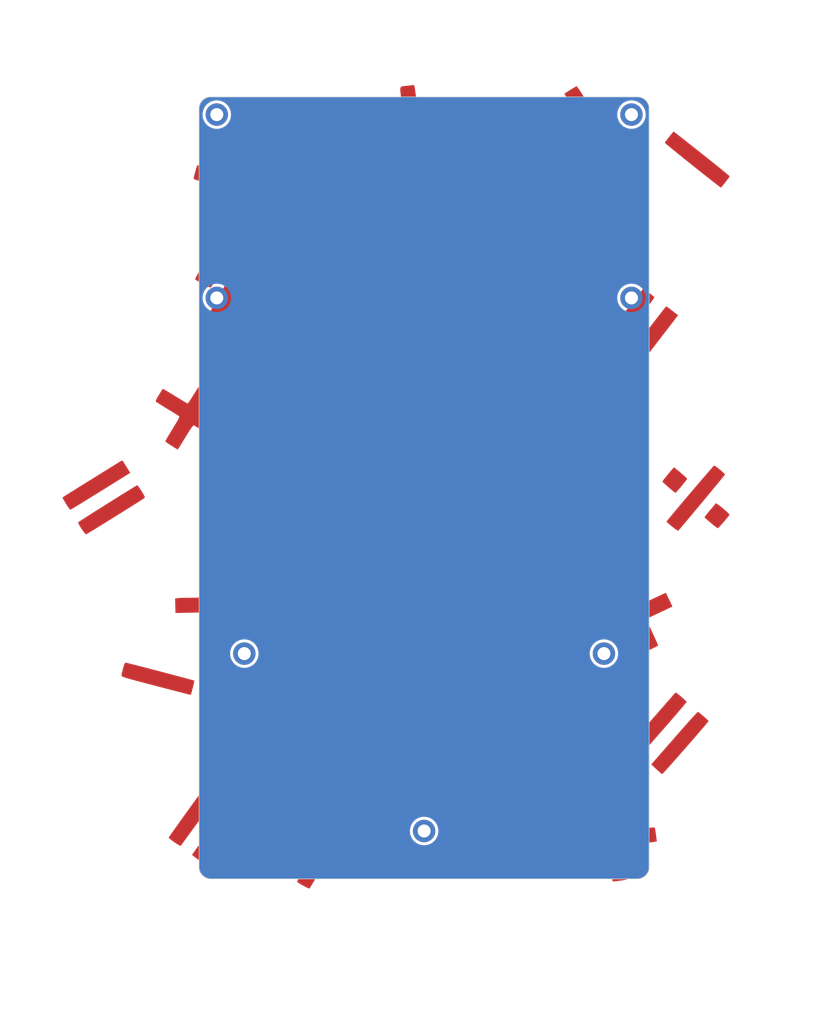
<source format=kicad_pcb>
(kicad_pcb (version 20221018) (generator pcbnew)
  (layers (0 "F.Cu" signal) (31 "B.Cu" signal) (34 "B.Paste" user) (35 "F.Paste" user) (36 "B.SilkS" user "B.Silkscreen") (37 "F.SilkS" user "F.Silkscreen") (38 "B.Mask" user) (39 "F.Mask" user) (44 "Edge.Cuts" user))
  (net 0 "")
  (footprint "" (layer "F.Cu") (at 154.2 39.68)
    (fp_text reference "")
    (fp_text value "")
  )
  (footprint "georgs_lib:math_scatter" (layer "F.Cu") (at 107.5 80.53 180)
    (fp_text reference "G***" hide)
    (fp_text value "LOGO" hide)
  )
  (footprint "" (layer "F.Cu") (at 154.2 70.68)
    (fp_text reference "")
    (fp_text value "")
  )
  (footprint "" (layer "F.Cu") (at 88.66 130.83)
    (fp_text reference "")
    (fp_text value "")
  )
  (footprint "" (layer "F.Cu") (at 119.1 160.83)
    (fp_text reference "")
    (fp_text value "")
  )
  (footprint "" (layer "F.Cu") (at 84 39.68)
    (fp_text reference "")
    (fp_text value "")
  )
  (footprint "" (layer "F.Cu") (at 84 70.68)
    (fp_text reference "")
    (fp_text value "")
  )
  (footprint "" (layer "F.Cu") (at 149.54 130.83)
    (fp_text reference "")
    (fp_text value "")
  )
  (gr_line (start 155.2 168.93) (end 83 168.93) (stroke (width 0.1)) (layer "Edge.Cuts"))
  (gr_arc (start 83 168.93) (mid 81.585786 168.344214) (end 81 166.93) (stroke (width 0.1)) (layer "Edge.Cuts"))
  (gr_line (start 81 38.68) (end 81 166.93) (stroke (width 0.1)) (layer "Edge.Cuts"))
  (gr_line (start 155.2 36.68) (end 83 36.68) (stroke (width 0.1)) (layer "Edge.Cuts"))
  (gr_arc (start 157.2 166.93) (mid 156.614214 168.344214) (end 155.2 168.93) (stroke (width 0.1)) (layer "Edge.Cuts"))
  (gr_line (start 157.2 38.68) (end 157.2 166.93) (stroke (width 0.1)) (layer "Edge.Cuts"))
  (gr_arc (start 155.2 36.68) (mid 156.614214 37.265786) (end 157.2 38.68) (stroke (width 0.1)) (layer "Edge.Cuts"))
  (gr_arc (start 81 38.68) (mid 81.585786 37.265786) (end 83 36.68) (stroke (width 0.1)) (layer "Edge.Cuts"))
  (zone (net 0) (net_name "") (layer "B.Cu") (connect_pads (clearance 0.5)) (min_thickness 0.25) (fill yes (thermal_gap 0.5) (thermal_bridge_width 0.5) (island_removal_mode 1) (island_area_min 10))
    (polygon (pts (xy 61.8 22.7) (xy 185.8 20.3) (xy 183.8 193.5) (xy 47.3 187.3)))
  )
)
</source>
